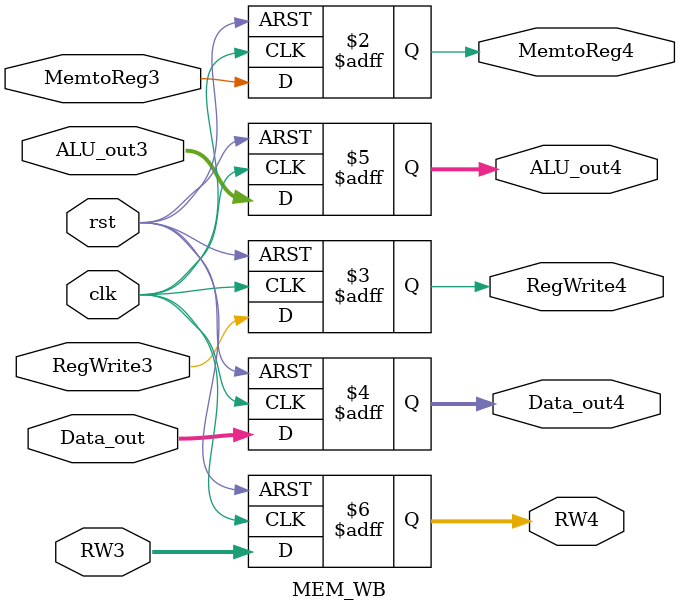
<source format=v>
module MEM_WB(MemtoReg4,RegWrite4,Data_out4,ALU_out4,RW4,
      clk,rst,MemtoReg3,RegWrite3,Data_out, ALU_out3,RW3); 
  output reg MemtoReg4, RegWrite4; 
  output reg [31:0] Data_out4; 
  output reg [31:0] ALU_out4; 
  output reg [4:0] RW4; 
  input clk, rst; 
  input MemtoReg3, RegWrite3; 
  input [31:0] Data_out; 
  input [31:0] ALU_out3; 
  input [4:0] RW3; 

  always@(posedge clk, posedge rst)
  begin
    if(rst)
    begin
      MemtoReg4 <= 0; 
      RegWrite4 <= 0; 
      Data_out4 <= 0; 
      ALU_out4 <= 0; 
      RW4 <= 0; 
    end
    else if(clk)
    begin
      MemtoReg4 <= MemtoReg3; 
      RegWrite4 <= RegWrite3; 
      Data_out4 <= Data_out; 
      ALU_out4 <= ALU_out3; 
      RW4 <= RW3; 
    end
  end

endmodule

</source>
